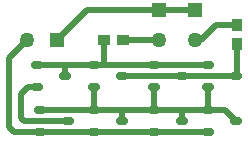
<source format=gtl>
%FSLAX25Y25*%
%MOIN*%
G70*
G01*
G75*
G04 Layer_Physical_Order=1*
G04 Layer_Color=255*
G04:AMPARAMS|DCode=10|XSize=23.62mil|YSize=39.37mil|CornerRadius=5.91mil|HoleSize=0mil|Usage=FLASHONLY|Rotation=90.000|XOffset=0mil|YOffset=0mil|HoleType=Round|Shape=RoundedRectangle|*
%AMROUNDEDRECTD10*
21,1,0.02362,0.02756,0,0,90.0*
21,1,0.01181,0.03937,0,0,90.0*
1,1,0.01181,0.01378,0.00591*
1,1,0.01181,0.01378,-0.00591*
1,1,0.01181,-0.01378,-0.00591*
1,1,0.01181,-0.01378,0.00591*
%
%ADD10ROUNDEDRECTD10*%
%ADD11R,0.03937X0.03740*%
%ADD12R,0.03740X0.03937*%
%ADD13C,0.02000*%
%ADD14C,0.05000*%
%ADD15R,0.05000X0.05000*%
%ADD16R,0.05000X0.05000*%
D10*
X297724Y229000D02*
D03*
X288276Y225260D02*
D03*
Y232740D02*
D03*
X354724Y214000D02*
D03*
X345276Y210260D02*
D03*
Y217740D02*
D03*
X336724Y214000D02*
D03*
X327276Y210260D02*
D03*
Y217740D02*
D03*
X316724Y214000D02*
D03*
X307276Y210260D02*
D03*
Y217740D02*
D03*
X298724Y214000D02*
D03*
X289276Y210260D02*
D03*
Y217740D02*
D03*
X354724Y229000D02*
D03*
X345276Y225260D02*
D03*
Y232740D02*
D03*
X336724Y229000D02*
D03*
X327276Y225260D02*
D03*
Y232740D02*
D03*
X316724Y229000D02*
D03*
X307276Y225260D02*
D03*
Y232740D02*
D03*
D11*
X317150Y241000D02*
D03*
X310850D02*
D03*
D12*
X355000Y246150D02*
D03*
Y239850D02*
D03*
D13*
X317150Y241000D02*
X329000D01*
Y251000D02*
X341000D01*
X305000D02*
X329000D01*
X295000Y241000D02*
X305000Y251000D01*
X348150Y246150D02*
X355000D01*
X343000Y241000D02*
X348150Y246150D01*
X341000Y241000D02*
X343000D01*
X307276Y232740D02*
X327276D01*
X310850Y232890D02*
Y241000D01*
X288276Y232740D02*
X307276D01*
X297724Y229000D02*
Y232689D01*
X327276Y232740D02*
X345276D01*
X279000Y235000D02*
X285000Y241000D01*
X279000Y212000D02*
Y235000D01*
Y212000D02*
X280740Y210260D01*
X289276D01*
X285260Y225260D02*
X288276D01*
X283000Y223000D02*
X285260Y225260D01*
X283000Y215000D02*
Y223000D01*
Y215000D02*
X284000Y214000D01*
X298724D01*
X307276Y217740D02*
Y225260D01*
X345276Y217740D02*
Y225260D01*
X327276Y217740D02*
Y225260D01*
X289276Y217740D02*
X307276D01*
X336724Y229000D02*
X354724D01*
X315724D02*
X336724D01*
X355000Y229276D02*
Y239850D01*
X354724Y229000D02*
X355000Y229276D01*
X327276Y217740D02*
X345276D01*
X336724Y214000D02*
Y217465D01*
X307276Y217740D02*
X327276D01*
X316724Y214000D02*
Y217465D01*
X345276Y217740D02*
X350984D01*
X354724Y214000D01*
X327276Y210260D02*
X345276D01*
X307276D02*
X327276D01*
X289276D02*
X307276D01*
D14*
X285000Y241000D02*
D03*
X341000D02*
D03*
X329000D02*
D03*
D15*
X295000D02*
D03*
D16*
X341000Y251000D02*
D03*
X329000D02*
D03*
M02*

</source>
